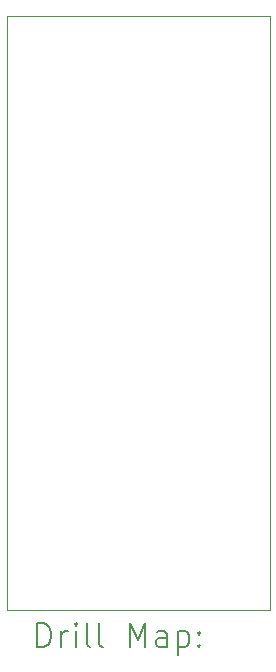
<source format=gbr>
%TF.GenerationSoftware,KiCad,Pcbnew,8.0.8*%
%TF.CreationDate,2025-06-20T13:46:22-04:00*%
%TF.ProjectId,ZiffAdapter,5a696666-4164-4617-9074-65722e6b6963,rev?*%
%TF.SameCoordinates,Original*%
%TF.FileFunction,Drillmap*%
%TF.FilePolarity,Positive*%
%FSLAX45Y45*%
G04 Gerber Fmt 4.5, Leading zero omitted, Abs format (unit mm)*
G04 Created by KiCad (PCBNEW 8.0.8) date 2025-06-20 13:46:22*
%MOMM*%
%LPD*%
G01*
G04 APERTURE LIST*
%ADD10C,0.050000*%
%ADD11C,0.200000*%
G04 APERTURE END LIST*
D10*
X9424400Y735700D02*
X11650200Y735700D01*
X11650200Y-4292600D01*
X9424400Y-4292600D01*
X9424400Y735700D01*
D11*
X9682677Y-4606584D02*
X9682677Y-4406584D01*
X9682677Y-4406584D02*
X9730296Y-4406584D01*
X9730296Y-4406584D02*
X9758867Y-4416108D01*
X9758867Y-4416108D02*
X9777915Y-4435155D01*
X9777915Y-4435155D02*
X9787439Y-4454203D01*
X9787439Y-4454203D02*
X9796963Y-4492298D01*
X9796963Y-4492298D02*
X9796963Y-4520870D01*
X9796963Y-4520870D02*
X9787439Y-4558965D01*
X9787439Y-4558965D02*
X9777915Y-4578012D01*
X9777915Y-4578012D02*
X9758867Y-4597060D01*
X9758867Y-4597060D02*
X9730296Y-4606584D01*
X9730296Y-4606584D02*
X9682677Y-4606584D01*
X9882677Y-4606584D02*
X9882677Y-4473250D01*
X9882677Y-4511346D02*
X9892201Y-4492298D01*
X9892201Y-4492298D02*
X9901724Y-4482774D01*
X9901724Y-4482774D02*
X9920772Y-4473250D01*
X9920772Y-4473250D02*
X9939820Y-4473250D01*
X10006486Y-4606584D02*
X10006486Y-4473250D01*
X10006486Y-4406584D02*
X9996963Y-4416108D01*
X9996963Y-4416108D02*
X10006486Y-4425631D01*
X10006486Y-4425631D02*
X10016010Y-4416108D01*
X10016010Y-4416108D02*
X10006486Y-4406584D01*
X10006486Y-4406584D02*
X10006486Y-4425631D01*
X10130296Y-4606584D02*
X10111248Y-4597060D01*
X10111248Y-4597060D02*
X10101724Y-4578012D01*
X10101724Y-4578012D02*
X10101724Y-4406584D01*
X10235058Y-4606584D02*
X10216010Y-4597060D01*
X10216010Y-4597060D02*
X10206486Y-4578012D01*
X10206486Y-4578012D02*
X10206486Y-4406584D01*
X10463629Y-4606584D02*
X10463629Y-4406584D01*
X10463629Y-4406584D02*
X10530296Y-4549441D01*
X10530296Y-4549441D02*
X10596963Y-4406584D01*
X10596963Y-4406584D02*
X10596963Y-4606584D01*
X10777915Y-4606584D02*
X10777915Y-4501822D01*
X10777915Y-4501822D02*
X10768391Y-4482774D01*
X10768391Y-4482774D02*
X10749344Y-4473250D01*
X10749344Y-4473250D02*
X10711248Y-4473250D01*
X10711248Y-4473250D02*
X10692201Y-4482774D01*
X10777915Y-4597060D02*
X10758867Y-4606584D01*
X10758867Y-4606584D02*
X10711248Y-4606584D01*
X10711248Y-4606584D02*
X10692201Y-4597060D01*
X10692201Y-4597060D02*
X10682677Y-4578012D01*
X10682677Y-4578012D02*
X10682677Y-4558965D01*
X10682677Y-4558965D02*
X10692201Y-4539917D01*
X10692201Y-4539917D02*
X10711248Y-4530393D01*
X10711248Y-4530393D02*
X10758867Y-4530393D01*
X10758867Y-4530393D02*
X10777915Y-4520870D01*
X10873153Y-4473250D02*
X10873153Y-4673250D01*
X10873153Y-4482774D02*
X10892201Y-4473250D01*
X10892201Y-4473250D02*
X10930296Y-4473250D01*
X10930296Y-4473250D02*
X10949344Y-4482774D01*
X10949344Y-4482774D02*
X10958867Y-4492298D01*
X10958867Y-4492298D02*
X10968391Y-4511346D01*
X10968391Y-4511346D02*
X10968391Y-4568489D01*
X10968391Y-4568489D02*
X10958867Y-4587536D01*
X10958867Y-4587536D02*
X10949344Y-4597060D01*
X10949344Y-4597060D02*
X10930296Y-4606584D01*
X10930296Y-4606584D02*
X10892201Y-4606584D01*
X10892201Y-4606584D02*
X10873153Y-4597060D01*
X11054105Y-4587536D02*
X11063629Y-4597060D01*
X11063629Y-4597060D02*
X11054105Y-4606584D01*
X11054105Y-4606584D02*
X11044582Y-4597060D01*
X11044582Y-4597060D02*
X11054105Y-4587536D01*
X11054105Y-4587536D02*
X11054105Y-4606584D01*
X11054105Y-4482774D02*
X11063629Y-4492298D01*
X11063629Y-4492298D02*
X11054105Y-4501822D01*
X11054105Y-4501822D02*
X11044582Y-4492298D01*
X11044582Y-4492298D02*
X11054105Y-4482774D01*
X11054105Y-4482774D02*
X11054105Y-4501822D01*
M02*

</source>
